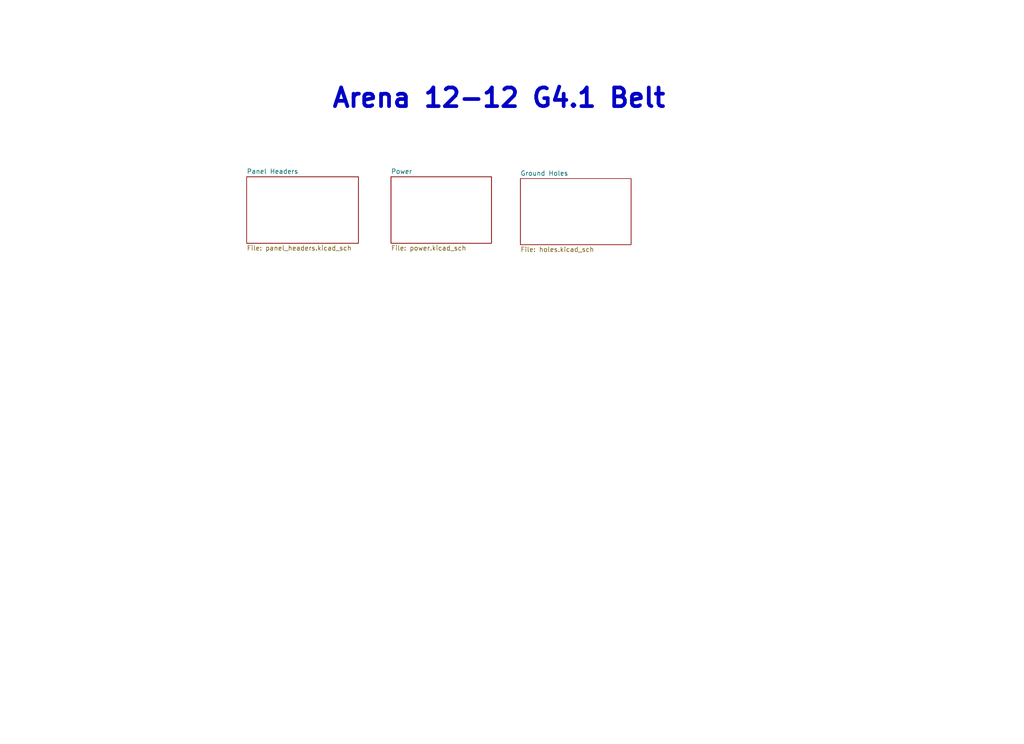
<source format=kicad_sch>
(kicad_sch
	(version 20250114)
	(generator "eeschema")
	(generator_version "9.0")
	(uuid "a2511654-3a17-43f1-8b9e-c45e375533dc")
	(paper "User" 279.4 203.2)
	(title_block
		(title "Arena 12-12 Belt :: Modular LED Display")
		(date "2025-07-25")
		(rev "v12.2")
		(company "MCN-NET @ Janelia")
	)
	(lib_symbols)
	(text "Arena 12-12 G4.1 Belt"
		(exclude_from_sim no)
		(at 136.144 26.924 0)
		(effects
			(font
				(face "KiCad Font")
				(size 5.08 5.08)
				(thickness 1.016)
				(bold yes)
			)
		)
		(uuid "1549f8ea-3759-49f3-9d1f-fd29dce8d3a3")
	)
	(sheet
		(at 106.68 48.26)
		(size 27.432 18.161)
		(exclude_from_sim no)
		(in_bom yes)
		(on_board yes)
		(dnp no)
		(fields_autoplaced yes)
		(stroke
			(width 0.1524)
			(type solid)
		)
		(fill
			(color 0 0 0 0.0000)
		)
		(uuid "17861c68-32c3-4000-8a50-4f303c28fa47")
		(property "Sheetname" "Power"
			(at 106.68 47.5484 0)
			(effects
				(font
					(size 1.27 1.27)
				)
				(justify left bottom)
			)
		)
		(property "Sheetfile" "power.kicad_sch"
			(at 106.68 67.0056 0)
			(effects
				(font
					(size 1.27 1.27)
				)
				(justify left top)
			)
		)
		(instances
			(project "arena_12-12_v12_belt"
				(path "/a2511654-3a17-43f1-8b9e-c45e375533dc"
					(page "3")
				)
			)
		)
	)
	(sheet
		(at 141.986 48.768)
		(size 30.226 18.034)
		(exclude_from_sim no)
		(in_bom yes)
		(on_board yes)
		(dnp no)
		(fields_autoplaced yes)
		(stroke
			(width 0.1524)
			(type solid)
		)
		(fill
			(color 0 0 0 0.0000)
		)
		(uuid "24a22302-295f-4a79-8162-dc1243f756aa")
		(property "Sheetname" "Ground Holes"
			(at 141.986 48.0564 0)
			(effects
				(font
					(size 1.27 1.27)
				)
				(justify left bottom)
			)
		)
		(property "Sheetfile" "holes.kicad_sch"
			(at 141.986 67.3866 0)
			(effects
				(font
					(size 1.27 1.27)
				)
				(justify left top)
			)
		)
		(instances
			(project "arena_12-12_v12_belt"
				(path "/a2511654-3a17-43f1-8b9e-c45e375533dc"
					(page "4")
				)
			)
		)
	)
	(sheet
		(at 67.31 48.26)
		(size 30.48 18.161)
		(exclude_from_sim no)
		(in_bom yes)
		(on_board yes)
		(dnp no)
		(fields_autoplaced yes)
		(stroke
			(width 0.1524)
			(type solid)
		)
		(fill
			(color 0 0 0 0.0000)
		)
		(uuid "ad9c294f-d898-4a63-8d96-c5c7fb69f139")
		(property "Sheetname" "Panel Headers"
			(at 67.31 47.5484 0)
			(effects
				(font
					(size 1.27 1.27)
				)
				(justify left bottom)
			)
		)
		(property "Sheetfile" "panel_headers.kicad_sch"
			(at 67.31 67.0056 0)
			(effects
				(font
					(size 1.27 1.27)
				)
				(justify left top)
			)
		)
		(instances
			(project "arena_12-12_v12_belt"
				(path "/a2511654-3a17-43f1-8b9e-c45e375533dc"
					(page "2")
				)
			)
		)
	)
	(sheet_instances
		(path "/"
			(page "1")
		)
	)
	(embedded_fonts no)
)

</source>
